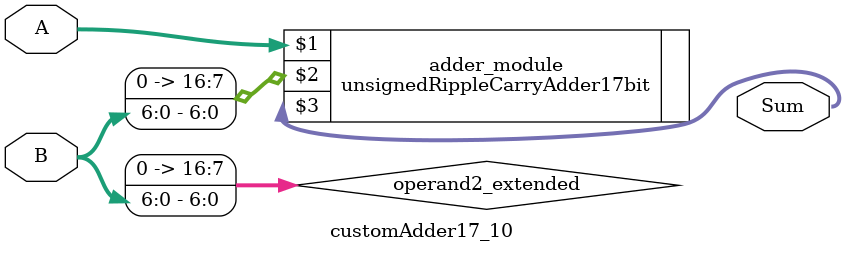
<source format=v>

module customAdder17_10(
                    input [16 : 0] A,
                    input [6 : 0] B,
                    
                    output [17 : 0] Sum
            );

    wire [16 : 0] operand2_extended;
    
    assign operand2_extended =  {10'b0, B};
    
    unsignedRippleCarryAdder17bit adder_module(
        A,
        operand2_extended,
        Sum
    );
    
endmodule
        
</source>
